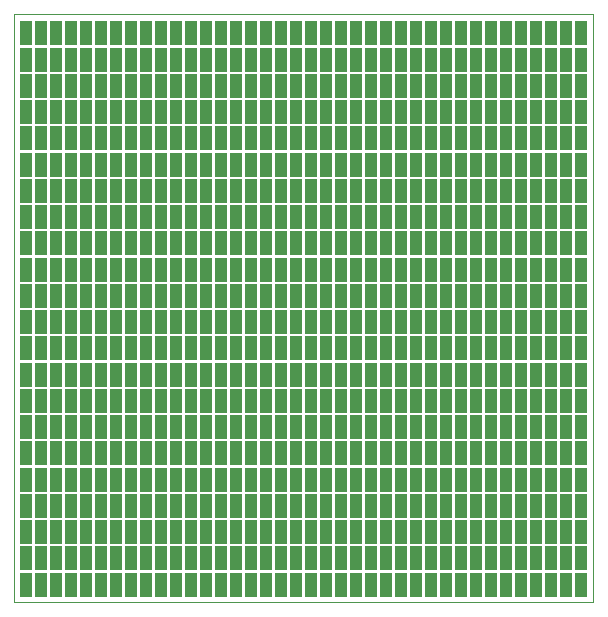
<source format=gtl>
G75*
%MOIN*%
%OFA0B0*%
%FSLAX25Y25*%
%IPPOS*%
%LPD*%
%AMOC8*
5,1,8,0,0,1.08239X$1,22.5*
%
%ADD10R,0.04200X0.07900*%
%ADD11C,0.00000*%
%ADD12R,0.04200X0.04200*%
D10*
X0005050Y0006900D03*
X0010050Y0006900D03*
X0015050Y0006900D03*
X0020050Y0006900D03*
X0025050Y0006900D03*
X0030050Y0006900D03*
X0035050Y0006900D03*
X0040050Y0006900D03*
X0045050Y0006900D03*
X0050050Y0006900D03*
X0055050Y0006900D03*
X0060050Y0006900D03*
X0065050Y0006900D03*
X0070050Y0006900D03*
X0075050Y0006900D03*
X0080050Y0006900D03*
X0085050Y0006900D03*
X0090050Y0006900D03*
X0095050Y0006900D03*
X0100050Y0006900D03*
X0105050Y0006900D03*
X0110050Y0006900D03*
X0115050Y0006900D03*
X0120050Y0006900D03*
X0125050Y0006900D03*
X0130050Y0006900D03*
X0135050Y0006900D03*
X0140050Y0006900D03*
X0145050Y0006900D03*
X0150050Y0006900D03*
X0155050Y0006900D03*
X0160050Y0006900D03*
X0165050Y0006900D03*
X0170050Y0006900D03*
X0175050Y0006900D03*
X0180050Y0006900D03*
X0185050Y0006900D03*
X0190050Y0006900D03*
X0190050Y0015700D03*
X0185050Y0015700D03*
X0180050Y0015700D03*
X0175050Y0015700D03*
X0170050Y0015700D03*
X0165050Y0015700D03*
X0160050Y0015700D03*
X0155050Y0015700D03*
X0150050Y0015700D03*
X0145050Y0015700D03*
X0140050Y0015700D03*
X0135050Y0015700D03*
X0130050Y0015700D03*
X0125050Y0015700D03*
X0120050Y0015700D03*
X0115050Y0015700D03*
X0110050Y0015700D03*
X0105050Y0015700D03*
X0100050Y0015700D03*
X0095050Y0015700D03*
X0090050Y0015700D03*
X0085050Y0015700D03*
X0080050Y0015700D03*
X0075050Y0015700D03*
X0070050Y0015700D03*
X0065050Y0015700D03*
X0060050Y0015700D03*
X0055050Y0015700D03*
X0050050Y0015700D03*
X0045050Y0015700D03*
X0040050Y0015700D03*
X0035050Y0015700D03*
X0030050Y0015700D03*
X0025050Y0015700D03*
X0020050Y0015700D03*
X0015050Y0015700D03*
X0010050Y0015700D03*
X0005050Y0015700D03*
X0005050Y0024400D03*
X0010050Y0024400D03*
X0015050Y0024400D03*
X0020050Y0024400D03*
X0025050Y0024400D03*
X0030050Y0024400D03*
X0035050Y0024400D03*
X0040050Y0024400D03*
X0045050Y0024400D03*
X0050050Y0024400D03*
X0055050Y0024400D03*
X0060050Y0024400D03*
X0065050Y0024400D03*
X0070050Y0024400D03*
X0075050Y0024400D03*
X0080050Y0024400D03*
X0085050Y0024400D03*
X0090050Y0024400D03*
X0095050Y0024400D03*
X0100050Y0024400D03*
X0105050Y0024400D03*
X0110050Y0024400D03*
X0115050Y0024400D03*
X0120050Y0024400D03*
X0125050Y0024400D03*
X0130050Y0024400D03*
X0135050Y0024400D03*
X0140050Y0024400D03*
X0145050Y0024400D03*
X0150050Y0024400D03*
X0155050Y0024400D03*
X0160050Y0024400D03*
X0165050Y0024400D03*
X0170050Y0024400D03*
X0175050Y0024400D03*
X0180050Y0024400D03*
X0185050Y0024400D03*
X0190050Y0024400D03*
X0190050Y0033200D03*
X0185050Y0033200D03*
X0180050Y0033200D03*
X0175050Y0033200D03*
X0170050Y0033200D03*
X0165050Y0033200D03*
X0160050Y0033200D03*
X0155050Y0033200D03*
X0150050Y0033200D03*
X0145050Y0033200D03*
X0140050Y0033200D03*
X0135050Y0033200D03*
X0130050Y0033200D03*
X0125050Y0033200D03*
X0120050Y0033200D03*
X0115050Y0033200D03*
X0110050Y0033200D03*
X0105050Y0033200D03*
X0100050Y0033200D03*
X0095050Y0033200D03*
X0090050Y0033200D03*
X0085050Y0033200D03*
X0080050Y0033200D03*
X0075050Y0033200D03*
X0070050Y0033200D03*
X0065050Y0033200D03*
X0060050Y0033200D03*
X0055050Y0033200D03*
X0050050Y0033200D03*
X0045050Y0033200D03*
X0040050Y0033200D03*
X0035050Y0033200D03*
X0030050Y0033200D03*
X0025050Y0033200D03*
X0020050Y0033200D03*
X0015050Y0033200D03*
X0010050Y0033200D03*
X0005050Y0033200D03*
X0005050Y0041900D03*
X0010050Y0041900D03*
X0015050Y0041900D03*
X0020050Y0041900D03*
X0025050Y0041900D03*
X0030050Y0041900D03*
X0035050Y0041900D03*
X0040050Y0041900D03*
X0045050Y0041900D03*
X0050050Y0041900D03*
X0055050Y0041900D03*
X0060050Y0041900D03*
X0065050Y0041900D03*
X0070050Y0041900D03*
X0075050Y0041900D03*
X0080050Y0041900D03*
X0085050Y0041900D03*
X0090050Y0041900D03*
X0095050Y0041900D03*
X0100050Y0041900D03*
X0105050Y0041900D03*
X0110050Y0041900D03*
X0115050Y0041900D03*
X0120050Y0041900D03*
X0125050Y0041900D03*
X0130050Y0041900D03*
X0135050Y0041900D03*
X0140050Y0041900D03*
X0145050Y0041900D03*
X0150050Y0041900D03*
X0155050Y0041900D03*
X0160050Y0041900D03*
X0165050Y0041900D03*
X0170050Y0041900D03*
X0175050Y0041900D03*
X0180050Y0041900D03*
X0185050Y0041900D03*
X0190050Y0041900D03*
X0190050Y0050700D03*
X0185050Y0050700D03*
X0180050Y0050700D03*
X0175050Y0050700D03*
X0170050Y0050700D03*
X0165050Y0050700D03*
X0160050Y0050700D03*
X0155050Y0050700D03*
X0150050Y0050700D03*
X0145050Y0050700D03*
X0140050Y0050700D03*
X0135050Y0050700D03*
X0130050Y0050700D03*
X0125050Y0050700D03*
X0120050Y0050700D03*
X0115050Y0050700D03*
X0110050Y0050700D03*
X0105050Y0050700D03*
X0100050Y0050700D03*
X0095050Y0050700D03*
X0090050Y0050700D03*
X0085050Y0050700D03*
X0080050Y0050700D03*
X0075050Y0050700D03*
X0070050Y0050700D03*
X0065050Y0050700D03*
X0060050Y0050700D03*
X0055050Y0050700D03*
X0050050Y0050700D03*
X0045050Y0050700D03*
X0040050Y0050700D03*
X0035050Y0050700D03*
X0030050Y0050700D03*
X0025050Y0050700D03*
X0020050Y0050700D03*
X0015050Y0050700D03*
X0010050Y0050700D03*
X0005050Y0050700D03*
X0005050Y0059400D03*
X0010050Y0059400D03*
X0015050Y0059400D03*
X0020050Y0059400D03*
X0025050Y0059400D03*
X0030050Y0059400D03*
X0035050Y0059400D03*
X0040050Y0059400D03*
X0045050Y0059400D03*
X0050050Y0059400D03*
X0055050Y0059400D03*
X0060050Y0059400D03*
X0065050Y0059400D03*
X0070050Y0059400D03*
X0075050Y0059400D03*
X0080050Y0059400D03*
X0085050Y0059400D03*
X0090050Y0059400D03*
X0095050Y0059400D03*
X0100050Y0059400D03*
X0105050Y0059400D03*
X0110050Y0059400D03*
X0115050Y0059400D03*
X0120050Y0059400D03*
X0125050Y0059400D03*
X0130050Y0059400D03*
X0135050Y0059400D03*
X0140050Y0059400D03*
X0145050Y0059400D03*
X0150050Y0059400D03*
X0155050Y0059400D03*
X0160050Y0059400D03*
X0165050Y0059400D03*
X0170050Y0059400D03*
X0175050Y0059400D03*
X0180050Y0059400D03*
X0185050Y0059400D03*
X0190050Y0059400D03*
X0190050Y0068200D03*
X0185050Y0068200D03*
X0180050Y0068200D03*
X0175050Y0068200D03*
X0170050Y0068200D03*
X0165050Y0068200D03*
X0160050Y0068200D03*
X0155050Y0068200D03*
X0150050Y0068200D03*
X0145050Y0068200D03*
X0140050Y0068200D03*
X0135050Y0068200D03*
X0130050Y0068200D03*
X0125050Y0068200D03*
X0120050Y0068200D03*
X0115050Y0068200D03*
X0110050Y0068200D03*
X0105050Y0068200D03*
X0100050Y0068200D03*
X0095050Y0068200D03*
X0090050Y0068200D03*
X0085050Y0068200D03*
X0080050Y0068200D03*
X0075050Y0068200D03*
X0070050Y0068200D03*
X0065050Y0068200D03*
X0060050Y0068200D03*
X0055050Y0068200D03*
X0050050Y0068200D03*
X0045050Y0068200D03*
X0040050Y0068200D03*
X0035050Y0068200D03*
X0030050Y0068200D03*
X0025050Y0068200D03*
X0020050Y0068200D03*
X0015050Y0068200D03*
X0010050Y0068200D03*
X0005050Y0068200D03*
X0005050Y0076900D03*
X0010050Y0076900D03*
X0015050Y0076900D03*
X0020050Y0076900D03*
X0025050Y0076900D03*
X0030050Y0076900D03*
X0035050Y0076900D03*
X0040050Y0076900D03*
X0045050Y0076900D03*
X0050050Y0076900D03*
X0055050Y0076900D03*
X0060050Y0076900D03*
X0065050Y0076900D03*
X0070050Y0076900D03*
X0075050Y0076900D03*
X0080050Y0076900D03*
X0085050Y0076900D03*
X0090050Y0076900D03*
X0095050Y0076900D03*
X0100050Y0076900D03*
X0105050Y0076900D03*
X0110050Y0076900D03*
X0115050Y0076900D03*
X0120050Y0076900D03*
X0125050Y0076900D03*
X0130050Y0076900D03*
X0135050Y0076900D03*
X0140050Y0076900D03*
X0145050Y0076900D03*
X0150050Y0076900D03*
X0155050Y0076900D03*
X0160050Y0076900D03*
X0165050Y0076900D03*
X0170050Y0076900D03*
X0175050Y0076900D03*
X0180050Y0076900D03*
X0185050Y0076900D03*
X0190050Y0076900D03*
X0190050Y0085700D03*
X0185050Y0085700D03*
X0180050Y0085700D03*
X0175050Y0085700D03*
X0170050Y0085700D03*
X0165050Y0085700D03*
X0160050Y0085700D03*
X0155050Y0085700D03*
X0150050Y0085700D03*
X0145050Y0085700D03*
X0140050Y0085700D03*
X0135050Y0085700D03*
X0130050Y0085700D03*
X0125050Y0085700D03*
X0120050Y0085700D03*
X0115050Y0085700D03*
X0110050Y0085700D03*
X0105050Y0085700D03*
X0100050Y0085700D03*
X0095050Y0085700D03*
X0090050Y0085700D03*
X0085050Y0085700D03*
X0080050Y0085700D03*
X0075050Y0085700D03*
X0070050Y0085700D03*
X0065050Y0085700D03*
X0060050Y0085700D03*
X0055050Y0085700D03*
X0050050Y0085700D03*
X0045050Y0085700D03*
X0040050Y0085700D03*
X0035050Y0085700D03*
X0030050Y0085700D03*
X0025050Y0085700D03*
X0020050Y0085700D03*
X0015050Y0085700D03*
X0010050Y0085700D03*
X0005050Y0085700D03*
X0005050Y0094400D03*
X0010050Y0094400D03*
X0015050Y0094400D03*
X0020050Y0094400D03*
X0025050Y0094400D03*
X0030050Y0094400D03*
X0035050Y0094400D03*
X0040050Y0094400D03*
X0045050Y0094400D03*
X0050050Y0094400D03*
X0055050Y0094400D03*
X0060050Y0094400D03*
X0065050Y0094400D03*
X0070050Y0094400D03*
X0075050Y0094400D03*
X0080050Y0094400D03*
X0085050Y0094400D03*
X0090050Y0094400D03*
X0095050Y0094400D03*
X0100050Y0094400D03*
X0105050Y0094400D03*
X0110050Y0094400D03*
X0115050Y0094400D03*
X0120050Y0094400D03*
X0125050Y0094400D03*
X0130050Y0094400D03*
X0135050Y0094400D03*
X0140050Y0094400D03*
X0145050Y0094400D03*
X0150050Y0094400D03*
X0155050Y0094400D03*
X0160050Y0094400D03*
X0165050Y0094400D03*
X0170050Y0094400D03*
X0175050Y0094400D03*
X0180050Y0094400D03*
X0185050Y0094400D03*
X0190050Y0094400D03*
X0190050Y0103200D03*
X0185050Y0103200D03*
X0180050Y0103200D03*
X0175050Y0103200D03*
X0170050Y0103200D03*
X0165050Y0103200D03*
X0160050Y0103200D03*
X0155050Y0103200D03*
X0150050Y0103200D03*
X0145050Y0103200D03*
X0140050Y0103200D03*
X0135050Y0103200D03*
X0130050Y0103200D03*
X0125050Y0103200D03*
X0120050Y0103200D03*
X0115050Y0103200D03*
X0110050Y0103200D03*
X0105050Y0103200D03*
X0100050Y0103200D03*
X0095050Y0103200D03*
X0090050Y0103200D03*
X0085050Y0103200D03*
X0080050Y0103200D03*
X0075050Y0103200D03*
X0070050Y0103200D03*
X0065050Y0103200D03*
X0060050Y0103200D03*
X0055050Y0103200D03*
X0050050Y0103200D03*
X0045050Y0103200D03*
X0040050Y0103200D03*
X0035050Y0103200D03*
X0030050Y0103200D03*
X0025050Y0103200D03*
X0020050Y0103200D03*
X0015050Y0103200D03*
X0010050Y0103200D03*
X0005050Y0103200D03*
X0005050Y0111900D03*
X0010050Y0111900D03*
X0015050Y0111900D03*
X0020050Y0111900D03*
X0025050Y0111900D03*
X0030050Y0111900D03*
X0035050Y0111900D03*
X0040050Y0111900D03*
X0045050Y0111900D03*
X0050050Y0111900D03*
X0055050Y0111900D03*
X0060050Y0111900D03*
X0065050Y0111900D03*
X0070050Y0111900D03*
X0075050Y0111900D03*
X0080050Y0111900D03*
X0085050Y0111900D03*
X0090050Y0111900D03*
X0095050Y0111900D03*
X0100050Y0111900D03*
X0105050Y0111900D03*
X0110050Y0111900D03*
X0115050Y0111900D03*
X0120050Y0111900D03*
X0125050Y0111900D03*
X0130050Y0111900D03*
X0135050Y0111900D03*
X0140050Y0111900D03*
X0145050Y0111900D03*
X0150050Y0111900D03*
X0155050Y0111900D03*
X0160050Y0111900D03*
X0165050Y0111900D03*
X0170050Y0111900D03*
X0175050Y0111900D03*
X0180050Y0111900D03*
X0185050Y0111900D03*
X0190050Y0111900D03*
X0190050Y0120700D03*
X0185050Y0120700D03*
X0180050Y0120700D03*
X0175050Y0120700D03*
X0170050Y0120700D03*
X0165050Y0120700D03*
X0160050Y0120700D03*
X0155050Y0120700D03*
X0150050Y0120700D03*
X0145050Y0120700D03*
X0140050Y0120700D03*
X0135050Y0120700D03*
X0130050Y0120700D03*
X0125050Y0120700D03*
X0120050Y0120700D03*
X0115050Y0120700D03*
X0110050Y0120700D03*
X0105050Y0120700D03*
X0100050Y0120700D03*
X0095050Y0120700D03*
X0090050Y0120700D03*
X0085050Y0120700D03*
X0080050Y0120700D03*
X0075050Y0120700D03*
X0070050Y0120700D03*
X0065050Y0120700D03*
X0060050Y0120700D03*
X0055050Y0120700D03*
X0050050Y0120700D03*
X0045050Y0120700D03*
X0040050Y0120700D03*
X0035050Y0120700D03*
X0030050Y0120700D03*
X0025050Y0120700D03*
X0020050Y0120700D03*
X0015050Y0120700D03*
X0010050Y0120700D03*
X0005050Y0120700D03*
X0005050Y0129400D03*
X0010050Y0129400D03*
X0015050Y0129400D03*
X0020050Y0129400D03*
X0025050Y0129400D03*
X0030050Y0129400D03*
X0035050Y0129400D03*
X0040050Y0129400D03*
X0045050Y0129400D03*
X0050050Y0129400D03*
X0055050Y0129400D03*
X0060050Y0129400D03*
X0065050Y0129400D03*
X0070050Y0129400D03*
X0075050Y0129400D03*
X0080050Y0129400D03*
X0085050Y0129400D03*
X0090050Y0129400D03*
X0095050Y0129400D03*
X0100050Y0129400D03*
X0105050Y0129400D03*
X0110050Y0129400D03*
X0115050Y0129400D03*
X0120050Y0129400D03*
X0125050Y0129400D03*
X0130050Y0129400D03*
X0135050Y0129400D03*
X0140050Y0129400D03*
X0145050Y0129400D03*
X0150050Y0129400D03*
X0155050Y0129400D03*
X0160050Y0129400D03*
X0165050Y0129400D03*
X0170050Y0129400D03*
X0175050Y0129400D03*
X0180050Y0129400D03*
X0185050Y0129400D03*
X0190050Y0129400D03*
X0190050Y0138200D03*
X0185050Y0138200D03*
X0180050Y0138200D03*
X0175050Y0138200D03*
X0170050Y0138200D03*
X0165050Y0138200D03*
X0160050Y0138200D03*
X0155050Y0138200D03*
X0150050Y0138200D03*
X0145050Y0138200D03*
X0140050Y0138200D03*
X0135050Y0138200D03*
X0130050Y0138200D03*
X0125050Y0138200D03*
X0120050Y0138200D03*
X0115050Y0138200D03*
X0110050Y0138200D03*
X0105050Y0138200D03*
X0100050Y0138200D03*
X0095050Y0138200D03*
X0090050Y0138200D03*
X0085050Y0138200D03*
X0080050Y0138200D03*
X0075050Y0138200D03*
X0070050Y0138200D03*
X0065050Y0138200D03*
X0060050Y0138200D03*
X0055050Y0138200D03*
X0050050Y0138200D03*
X0045050Y0138200D03*
X0040050Y0138200D03*
X0035050Y0138200D03*
X0030050Y0138200D03*
X0025050Y0138200D03*
X0020050Y0138200D03*
X0015050Y0138200D03*
X0010050Y0138200D03*
X0005050Y0138200D03*
X0005050Y0146900D03*
X0010050Y0146900D03*
X0015050Y0146900D03*
X0020050Y0146900D03*
X0025050Y0146900D03*
X0030050Y0146900D03*
X0035050Y0146900D03*
X0040050Y0146900D03*
X0045050Y0146900D03*
X0050050Y0146900D03*
X0055050Y0146900D03*
X0060050Y0146900D03*
X0065050Y0146900D03*
X0070050Y0146900D03*
X0075050Y0146900D03*
X0080050Y0146900D03*
X0085050Y0146900D03*
X0090050Y0146900D03*
X0095050Y0146900D03*
X0100050Y0146900D03*
X0105050Y0146900D03*
X0110050Y0146900D03*
X0115050Y0146900D03*
X0120050Y0146900D03*
X0125050Y0146900D03*
X0130050Y0146900D03*
X0135050Y0146900D03*
X0140050Y0146900D03*
X0145050Y0146900D03*
X0150050Y0146900D03*
X0155050Y0146900D03*
X0160050Y0146900D03*
X0165050Y0146900D03*
X0170050Y0146900D03*
X0175050Y0146900D03*
X0180050Y0146900D03*
X0185050Y0146900D03*
X0190050Y0146900D03*
X0190050Y0155700D03*
X0185050Y0155700D03*
X0180050Y0155700D03*
X0175050Y0155700D03*
X0170050Y0155700D03*
X0165050Y0155700D03*
X0160050Y0155700D03*
X0155050Y0155700D03*
X0150050Y0155700D03*
X0145050Y0155700D03*
X0140050Y0155700D03*
X0135050Y0155700D03*
X0130050Y0155700D03*
X0125050Y0155700D03*
X0120050Y0155700D03*
X0115050Y0155700D03*
X0110050Y0155700D03*
X0105050Y0155700D03*
X0100050Y0155700D03*
X0095050Y0155700D03*
X0090050Y0155700D03*
X0085050Y0155700D03*
X0080050Y0155700D03*
X0075050Y0155700D03*
X0070050Y0155700D03*
X0065050Y0155700D03*
X0060050Y0155700D03*
X0055050Y0155700D03*
X0050050Y0155700D03*
X0045050Y0155700D03*
X0040050Y0155700D03*
X0035050Y0155700D03*
X0030050Y0155700D03*
X0025050Y0155700D03*
X0020050Y0155700D03*
X0015050Y0155700D03*
X0010050Y0155700D03*
X0005050Y0155700D03*
X0005050Y0164400D03*
X0010050Y0164400D03*
X0015050Y0164400D03*
X0020050Y0164400D03*
X0025050Y0164400D03*
X0030050Y0164400D03*
X0035050Y0164400D03*
X0040050Y0164400D03*
X0045050Y0164400D03*
X0050050Y0164400D03*
X0055050Y0164400D03*
X0060050Y0164400D03*
X0065050Y0164400D03*
X0070050Y0164400D03*
X0075050Y0164400D03*
X0080050Y0164400D03*
X0085050Y0164400D03*
X0090050Y0164400D03*
X0095050Y0164400D03*
X0100050Y0164400D03*
X0105050Y0164400D03*
X0110050Y0164400D03*
X0115050Y0164400D03*
X0120050Y0164400D03*
X0125050Y0164400D03*
X0130050Y0164400D03*
X0135050Y0164400D03*
X0140050Y0164400D03*
X0145050Y0164400D03*
X0150050Y0164400D03*
X0155050Y0164400D03*
X0160050Y0164400D03*
X0165050Y0164400D03*
X0170050Y0164400D03*
X0175050Y0164400D03*
X0180050Y0164400D03*
X0185050Y0164400D03*
X0190050Y0164400D03*
X0190050Y0173200D03*
X0185050Y0173200D03*
X0180050Y0173200D03*
X0175050Y0173200D03*
X0170050Y0173200D03*
X0165050Y0173200D03*
X0160050Y0173200D03*
X0155050Y0173200D03*
X0150050Y0173200D03*
X0145050Y0173200D03*
X0140050Y0173200D03*
X0135050Y0173200D03*
X0130050Y0173200D03*
X0125050Y0173200D03*
X0120050Y0173200D03*
X0115050Y0173200D03*
X0110050Y0173200D03*
X0105050Y0173200D03*
X0100050Y0173200D03*
X0095050Y0173200D03*
X0090050Y0173200D03*
X0085050Y0173200D03*
X0080050Y0173200D03*
X0075050Y0173200D03*
X0070050Y0173200D03*
X0065050Y0173200D03*
X0060050Y0173200D03*
X0055050Y0173200D03*
X0050050Y0173200D03*
X0045050Y0173200D03*
X0040050Y0173200D03*
X0035050Y0173200D03*
X0030050Y0173200D03*
X0025050Y0173200D03*
X0020050Y0173200D03*
X0015050Y0173200D03*
X0010050Y0173200D03*
X0005050Y0173200D03*
X0005050Y0181900D03*
X0010050Y0181900D03*
X0015050Y0181900D03*
X0020050Y0181900D03*
X0025050Y0181900D03*
X0030050Y0181900D03*
X0035050Y0181900D03*
X0040050Y0181900D03*
X0045050Y0181900D03*
X0050050Y0181900D03*
X0055050Y0181900D03*
X0060050Y0181900D03*
X0065050Y0181900D03*
X0070050Y0181900D03*
X0075050Y0181900D03*
X0080050Y0181900D03*
X0085050Y0181900D03*
X0090050Y0181900D03*
X0095050Y0181900D03*
X0100050Y0181900D03*
X0105050Y0181900D03*
X0110050Y0181900D03*
X0115050Y0181900D03*
X0120050Y0181900D03*
X0125050Y0181900D03*
X0130050Y0181900D03*
X0135050Y0181900D03*
X0140050Y0181900D03*
X0145050Y0181900D03*
X0150050Y0181900D03*
X0155050Y0181900D03*
X0160050Y0181900D03*
X0165050Y0181900D03*
X0170050Y0181900D03*
X0175050Y0181900D03*
X0180050Y0181900D03*
X0185050Y0181900D03*
X0190050Y0181900D03*
X0190050Y0190700D03*
X0185050Y0190700D03*
X0180050Y0190700D03*
X0175050Y0190700D03*
X0170050Y0190700D03*
X0165050Y0190700D03*
X0160050Y0190700D03*
X0155050Y0190700D03*
X0150050Y0190700D03*
X0145050Y0190700D03*
X0140050Y0190700D03*
X0135050Y0190700D03*
X0130050Y0190700D03*
X0125050Y0190700D03*
X0120050Y0190700D03*
X0115050Y0190700D03*
X0110050Y0190700D03*
X0105050Y0190700D03*
X0100050Y0190700D03*
X0095050Y0190700D03*
X0090050Y0190700D03*
X0085050Y0190700D03*
X0080050Y0190700D03*
X0075050Y0190700D03*
X0070050Y0190700D03*
X0065050Y0190700D03*
X0060050Y0190700D03*
X0055050Y0190700D03*
X0050050Y0190700D03*
X0045050Y0190700D03*
X0040050Y0190700D03*
X0035050Y0190700D03*
X0030050Y0190700D03*
X0025050Y0190700D03*
X0020050Y0190700D03*
X0015050Y0190700D03*
X0010050Y0190700D03*
X0005050Y0190700D03*
D11*
X0001050Y0197050D02*
X0001050Y0001050D01*
X0194050Y0001050D01*
X0194050Y0197050D01*
X0001050Y0197050D01*
D12*
X0005050Y0192550D03*
X0010050Y0192550D03*
X0015050Y0192550D03*
X0020050Y0192550D03*
X0025050Y0192550D03*
X0030050Y0192550D03*
X0035050Y0192550D03*
X0040050Y0192550D03*
X0045050Y0192550D03*
X0050050Y0192550D03*
X0055050Y0192550D03*
X0060050Y0192550D03*
X0065050Y0192550D03*
X0070050Y0192550D03*
X0075050Y0192550D03*
X0080050Y0192550D03*
X0085050Y0192550D03*
X0090050Y0192550D03*
X0095050Y0192550D03*
X0100050Y0192550D03*
X0105050Y0192550D03*
X0110050Y0192550D03*
X0115050Y0192550D03*
X0120050Y0192550D03*
X0125050Y0192550D03*
X0130050Y0192550D03*
X0135050Y0192550D03*
X0140050Y0192550D03*
X0145050Y0192550D03*
X0150050Y0192550D03*
X0155050Y0192550D03*
X0160050Y0192550D03*
X0165050Y0192550D03*
X0170050Y0192550D03*
X0175050Y0192550D03*
X0180050Y0192550D03*
X0185050Y0192550D03*
X0190050Y0192550D03*
X0190050Y0180050D03*
X0190050Y0175050D03*
X0185050Y0175050D03*
X0185050Y0180050D03*
X0180050Y0180050D03*
X0180050Y0175050D03*
X0175050Y0175050D03*
X0175050Y0180050D03*
X0170050Y0180050D03*
X0170050Y0175050D03*
X0165050Y0175050D03*
X0165050Y0180050D03*
X0160050Y0180050D03*
X0160050Y0175050D03*
X0155050Y0175050D03*
X0155050Y0180050D03*
X0150050Y0180050D03*
X0150050Y0175050D03*
X0145050Y0175050D03*
X0145050Y0180050D03*
X0140050Y0180050D03*
X0140050Y0175050D03*
X0135050Y0175050D03*
X0135050Y0180050D03*
X0130050Y0180050D03*
X0130050Y0175050D03*
X0125050Y0175050D03*
X0125050Y0180050D03*
X0120050Y0180050D03*
X0120050Y0175050D03*
X0115050Y0175050D03*
X0115050Y0180050D03*
X0110050Y0180050D03*
X0110050Y0175050D03*
X0105050Y0175050D03*
X0105050Y0180050D03*
X0100050Y0180050D03*
X0100050Y0175050D03*
X0095050Y0175050D03*
X0095050Y0180050D03*
X0090050Y0180050D03*
X0090050Y0175050D03*
X0085050Y0175050D03*
X0085050Y0180050D03*
X0080050Y0180050D03*
X0080050Y0175050D03*
X0075050Y0175050D03*
X0075050Y0180050D03*
X0070050Y0180050D03*
X0070050Y0175050D03*
X0065050Y0175050D03*
X0065050Y0180050D03*
X0060050Y0180050D03*
X0060050Y0175050D03*
X0055050Y0175050D03*
X0055050Y0180050D03*
X0050050Y0180050D03*
X0050050Y0175050D03*
X0045050Y0175050D03*
X0045050Y0180050D03*
X0040050Y0180050D03*
X0040050Y0175050D03*
X0035050Y0175050D03*
X0035050Y0180050D03*
X0030050Y0180050D03*
X0030050Y0175050D03*
X0025050Y0175050D03*
X0025050Y0180050D03*
X0020050Y0180050D03*
X0020050Y0175050D03*
X0015050Y0175050D03*
X0015050Y0180050D03*
X0010050Y0180050D03*
X0010050Y0175050D03*
X0005050Y0175050D03*
X0005050Y0180050D03*
X0005050Y0162550D03*
X0005050Y0157550D03*
X0010050Y0157550D03*
X0015050Y0157550D03*
X0015050Y0162550D03*
X0010050Y0162550D03*
X0020050Y0162550D03*
X0025050Y0162550D03*
X0025050Y0157550D03*
X0020050Y0157550D03*
X0030050Y0157550D03*
X0035050Y0157550D03*
X0035050Y0162550D03*
X0030050Y0162550D03*
X0040050Y0162550D03*
X0040050Y0157550D03*
X0045050Y0157550D03*
X0050050Y0157550D03*
X0050050Y0162550D03*
X0045050Y0162550D03*
X0055050Y0162550D03*
X0060050Y0162550D03*
X0060050Y0157550D03*
X0055050Y0157550D03*
X0065050Y0157550D03*
X0070050Y0157550D03*
X0070050Y0162550D03*
X0065050Y0162550D03*
X0075050Y0162550D03*
X0075050Y0157550D03*
X0080050Y0157550D03*
X0085050Y0157550D03*
X0085050Y0162550D03*
X0080050Y0162550D03*
X0090050Y0162550D03*
X0095050Y0162550D03*
X0095050Y0157550D03*
X0090050Y0157550D03*
X0100050Y0157550D03*
X0105050Y0157550D03*
X0105050Y0162550D03*
X0100050Y0162550D03*
X0110050Y0162550D03*
X0115050Y0162550D03*
X0115050Y0157550D03*
X0110050Y0157550D03*
X0120050Y0157550D03*
X0120050Y0162550D03*
X0125050Y0162550D03*
X0130050Y0162550D03*
X0130050Y0157550D03*
X0125050Y0157550D03*
X0135050Y0157550D03*
X0140050Y0157550D03*
X0140050Y0162550D03*
X0135050Y0162550D03*
X0145050Y0162550D03*
X0150050Y0162550D03*
X0150050Y0157550D03*
X0145050Y0157550D03*
X0155050Y0157550D03*
X0155050Y0162550D03*
X0160050Y0162550D03*
X0165050Y0162550D03*
X0165050Y0157550D03*
X0160050Y0157550D03*
X0170050Y0157550D03*
X0175050Y0157550D03*
X0175050Y0162550D03*
X0170050Y0162550D03*
X0180050Y0162550D03*
X0185050Y0162550D03*
X0185050Y0157550D03*
X0180050Y0157550D03*
X0190050Y0157550D03*
X0190050Y0162550D03*
X0190050Y0145050D03*
X0190050Y0140050D03*
X0185050Y0140050D03*
X0180050Y0140050D03*
X0180050Y0145050D03*
X0185050Y0145050D03*
X0175050Y0145050D03*
X0170050Y0145050D03*
X0170050Y0140050D03*
X0175050Y0140050D03*
X0165050Y0140050D03*
X0160050Y0140050D03*
X0160050Y0145050D03*
X0165050Y0145050D03*
X0155050Y0145050D03*
X0155050Y0140050D03*
X0150050Y0140050D03*
X0145050Y0140050D03*
X0145050Y0145050D03*
X0150050Y0145050D03*
X0140050Y0145050D03*
X0135050Y0145050D03*
X0135050Y0140050D03*
X0140050Y0140050D03*
X0130050Y0140050D03*
X0125050Y0140050D03*
X0125050Y0145050D03*
X0130050Y0145050D03*
X0120050Y0145050D03*
X0120050Y0140050D03*
X0115050Y0140050D03*
X0110050Y0140050D03*
X0110050Y0145050D03*
X0115050Y0145050D03*
X0105050Y0145050D03*
X0100050Y0145050D03*
X0100050Y0140050D03*
X0105050Y0140050D03*
X0095050Y0140050D03*
X0090050Y0140050D03*
X0090050Y0145050D03*
X0095050Y0145050D03*
X0085050Y0145050D03*
X0080050Y0145050D03*
X0080050Y0140050D03*
X0085050Y0140050D03*
X0075050Y0140050D03*
X0075050Y0145050D03*
X0070050Y0145050D03*
X0065050Y0145050D03*
X0065050Y0140050D03*
X0070050Y0140050D03*
X0060050Y0140050D03*
X0055050Y0140050D03*
X0055050Y0145050D03*
X0060050Y0145050D03*
X0050050Y0145050D03*
X0045050Y0145050D03*
X0045050Y0140050D03*
X0050050Y0140050D03*
X0040050Y0140050D03*
X0040050Y0145050D03*
X0035050Y0145050D03*
X0030050Y0145050D03*
X0030050Y0140050D03*
X0035050Y0140050D03*
X0025050Y0140050D03*
X0020050Y0140050D03*
X0020050Y0145050D03*
X0025050Y0145050D03*
X0015050Y0145050D03*
X0010050Y0145050D03*
X0010050Y0140050D03*
X0015050Y0140050D03*
X0005050Y0140050D03*
X0005050Y0145050D03*
X0005050Y0127550D03*
X0005050Y0122550D03*
X0010050Y0122550D03*
X0015050Y0122550D03*
X0015050Y0127550D03*
X0010050Y0127550D03*
X0020050Y0127550D03*
X0025050Y0127550D03*
X0025050Y0122550D03*
X0020050Y0122550D03*
X0030050Y0122550D03*
X0035050Y0122550D03*
X0035050Y0127550D03*
X0030050Y0127550D03*
X0040050Y0127550D03*
X0040050Y0122550D03*
X0045050Y0122550D03*
X0050050Y0122550D03*
X0050050Y0127550D03*
X0045050Y0127550D03*
X0055050Y0127550D03*
X0060050Y0127550D03*
X0060050Y0122550D03*
X0055050Y0122550D03*
X0065050Y0122550D03*
X0070050Y0122550D03*
X0070050Y0127550D03*
X0065050Y0127550D03*
X0075050Y0127550D03*
X0075050Y0122550D03*
X0080050Y0122550D03*
X0085050Y0122550D03*
X0085050Y0127550D03*
X0080050Y0127550D03*
X0090050Y0127550D03*
X0095050Y0127550D03*
X0095050Y0122550D03*
X0090050Y0122550D03*
X0100050Y0122550D03*
X0105050Y0122550D03*
X0105050Y0127550D03*
X0100050Y0127550D03*
X0110050Y0127550D03*
X0115050Y0127550D03*
X0115050Y0122550D03*
X0110050Y0122550D03*
X0120050Y0122550D03*
X0120050Y0127550D03*
X0125050Y0127550D03*
X0130050Y0127550D03*
X0130050Y0122550D03*
X0125050Y0122550D03*
X0135050Y0122550D03*
X0140050Y0122550D03*
X0140050Y0127550D03*
X0135050Y0127550D03*
X0145050Y0127550D03*
X0150050Y0127550D03*
X0150050Y0122550D03*
X0145050Y0122550D03*
X0155050Y0122550D03*
X0155050Y0127550D03*
X0160050Y0127550D03*
X0165050Y0127550D03*
X0165050Y0122550D03*
X0160050Y0122550D03*
X0170050Y0122550D03*
X0175050Y0122550D03*
X0175050Y0127550D03*
X0170050Y0127550D03*
X0180050Y0127550D03*
X0185050Y0127550D03*
X0185050Y0122550D03*
X0180050Y0122550D03*
X0190050Y0122550D03*
X0190050Y0127550D03*
X0190050Y0110050D03*
X0190050Y0105050D03*
X0185050Y0105050D03*
X0185050Y0110050D03*
X0180050Y0110050D03*
X0180050Y0105050D03*
X0175050Y0105050D03*
X0175050Y0110050D03*
X0170050Y0110050D03*
X0170050Y0105050D03*
X0165050Y0105050D03*
X0165050Y0110050D03*
X0160050Y0110050D03*
X0160050Y0105050D03*
X0155050Y0105050D03*
X0155050Y0110050D03*
X0150050Y0110050D03*
X0150050Y0105050D03*
X0145050Y0105050D03*
X0145050Y0110050D03*
X0140050Y0110050D03*
X0140050Y0105050D03*
X0135050Y0105050D03*
X0135050Y0110050D03*
X0130050Y0110050D03*
X0130050Y0105050D03*
X0125050Y0105050D03*
X0125050Y0110050D03*
X0120050Y0110050D03*
X0120050Y0105050D03*
X0115050Y0105050D03*
X0115050Y0110050D03*
X0110050Y0110050D03*
X0110050Y0105050D03*
X0105050Y0105050D03*
X0105050Y0110050D03*
X0100050Y0110050D03*
X0100050Y0105050D03*
X0095050Y0105050D03*
X0095050Y0110050D03*
X0090050Y0110050D03*
X0090050Y0105050D03*
X0085050Y0105050D03*
X0085050Y0110050D03*
X0080050Y0110050D03*
X0080050Y0105050D03*
X0075050Y0105050D03*
X0075050Y0110050D03*
X0070050Y0110050D03*
X0070050Y0105050D03*
X0065050Y0105050D03*
X0065050Y0110050D03*
X0060050Y0110050D03*
X0060050Y0105050D03*
X0055050Y0105050D03*
X0055050Y0110050D03*
X0050050Y0110050D03*
X0050050Y0105050D03*
X0045050Y0105050D03*
X0045050Y0110050D03*
X0040050Y0110050D03*
X0040050Y0105050D03*
X0035050Y0105050D03*
X0035050Y0110050D03*
X0030050Y0110050D03*
X0030050Y0105050D03*
X0025050Y0105050D03*
X0025050Y0110050D03*
X0020050Y0110050D03*
X0020050Y0105050D03*
X0015050Y0105050D03*
X0015050Y0110050D03*
X0010050Y0110050D03*
X0010050Y0105050D03*
X0005050Y0105050D03*
X0005050Y0110050D03*
X0005050Y0092550D03*
X0005050Y0087550D03*
X0010050Y0087550D03*
X0010050Y0092550D03*
X0015050Y0092550D03*
X0015050Y0087550D03*
X0020050Y0087550D03*
X0020050Y0092550D03*
X0025050Y0092550D03*
X0025050Y0087550D03*
X0030050Y0087550D03*
X0030050Y0092550D03*
X0035050Y0092550D03*
X0035050Y0087550D03*
X0040050Y0087550D03*
X0040050Y0092550D03*
X0045050Y0092550D03*
X0045050Y0087550D03*
X0050050Y0087550D03*
X0050050Y0092550D03*
X0055050Y0092550D03*
X0055050Y0087550D03*
X0060050Y0087550D03*
X0060050Y0092550D03*
X0065050Y0092550D03*
X0065050Y0087550D03*
X0070050Y0087550D03*
X0070050Y0092550D03*
X0075050Y0092550D03*
X0075050Y0087550D03*
X0080050Y0087550D03*
X0080050Y0092550D03*
X0085050Y0092550D03*
X0085050Y0087550D03*
X0090050Y0087550D03*
X0090050Y0092550D03*
X0095050Y0092550D03*
X0095050Y0087550D03*
X0100050Y0087550D03*
X0100050Y0092550D03*
X0105050Y0092550D03*
X0105050Y0087550D03*
X0110050Y0087550D03*
X0110050Y0092550D03*
X0115050Y0092550D03*
X0115050Y0087550D03*
X0120050Y0087550D03*
X0120050Y0092550D03*
X0125050Y0092550D03*
X0125050Y0087550D03*
X0130050Y0087550D03*
X0130050Y0092550D03*
X0135050Y0092550D03*
X0135050Y0087550D03*
X0140050Y0087550D03*
X0140050Y0092550D03*
X0145050Y0092550D03*
X0145050Y0087550D03*
X0150050Y0087550D03*
X0150050Y0092550D03*
X0155050Y0092550D03*
X0155050Y0087550D03*
X0160050Y0087550D03*
X0160050Y0092550D03*
X0165050Y0092550D03*
X0165050Y0087550D03*
X0170050Y0087550D03*
X0170050Y0092550D03*
X0175050Y0092550D03*
X0175050Y0087550D03*
X0180050Y0087550D03*
X0180050Y0092550D03*
X0185050Y0092550D03*
X0185050Y0087550D03*
X0190050Y0087550D03*
X0190050Y0092550D03*
X0190050Y0075050D03*
X0190050Y0070050D03*
X0185050Y0070050D03*
X0185050Y0075050D03*
X0180050Y0075050D03*
X0180050Y0070050D03*
X0175050Y0070050D03*
X0175050Y0075050D03*
X0170050Y0075050D03*
X0170050Y0070050D03*
X0165050Y0070050D03*
X0165050Y0075050D03*
X0160050Y0075050D03*
X0160050Y0070050D03*
X0155050Y0070050D03*
X0155050Y0075050D03*
X0150050Y0075050D03*
X0150050Y0070050D03*
X0145050Y0070050D03*
X0145050Y0075050D03*
X0140050Y0075050D03*
X0140050Y0070050D03*
X0135050Y0070050D03*
X0135050Y0075050D03*
X0130050Y0075050D03*
X0130050Y0070050D03*
X0125050Y0070050D03*
X0125050Y0075050D03*
X0120050Y0075050D03*
X0120050Y0070050D03*
X0115050Y0070050D03*
X0115050Y0075050D03*
X0110050Y0075050D03*
X0110050Y0070050D03*
X0105050Y0070050D03*
X0105050Y0075050D03*
X0100050Y0075050D03*
X0100050Y0070050D03*
X0095050Y0070050D03*
X0095050Y0075050D03*
X0090050Y0075050D03*
X0090050Y0070050D03*
X0085050Y0070050D03*
X0085050Y0075050D03*
X0080050Y0075050D03*
X0080050Y0070050D03*
X0075050Y0070050D03*
X0075050Y0075050D03*
X0070050Y0075050D03*
X0070050Y0070050D03*
X0065050Y0070050D03*
X0065050Y0075050D03*
X0060050Y0075050D03*
X0060050Y0070050D03*
X0055050Y0070050D03*
X0055050Y0075050D03*
X0050050Y0075050D03*
X0050050Y0070050D03*
X0045050Y0070050D03*
X0045050Y0075050D03*
X0040050Y0075050D03*
X0040050Y0070050D03*
X0035050Y0070050D03*
X0035050Y0075050D03*
X0030050Y0075050D03*
X0030050Y0070050D03*
X0025050Y0070050D03*
X0025050Y0075050D03*
X0020050Y0075050D03*
X0020050Y0070050D03*
X0015050Y0070050D03*
X0015050Y0075050D03*
X0010050Y0075050D03*
X0010050Y0070050D03*
X0005050Y0070050D03*
X0005050Y0075050D03*
X0005050Y0057550D03*
X0005050Y0052550D03*
X0010050Y0052550D03*
X0015050Y0052550D03*
X0015050Y0057550D03*
X0010050Y0057550D03*
X0020050Y0057550D03*
X0025050Y0057550D03*
X0025050Y0052550D03*
X0020050Y0052550D03*
X0030050Y0052550D03*
X0035050Y0052550D03*
X0035050Y0057550D03*
X0030050Y0057550D03*
X0040050Y0057550D03*
X0040050Y0052550D03*
X0045050Y0052550D03*
X0050050Y0052550D03*
X0050050Y0057550D03*
X0045050Y0057550D03*
X0055050Y0057550D03*
X0060050Y0057550D03*
X0060050Y0052550D03*
X0055050Y0052550D03*
X0065050Y0052550D03*
X0070050Y0052550D03*
X0070050Y0057550D03*
X0065050Y0057550D03*
X0075050Y0057550D03*
X0075050Y0052550D03*
X0080050Y0052550D03*
X0085050Y0052550D03*
X0085050Y0057550D03*
X0080050Y0057550D03*
X0090050Y0057550D03*
X0095050Y0057550D03*
X0095050Y0052550D03*
X0090050Y0052550D03*
X0100050Y0052550D03*
X0105050Y0052550D03*
X0105050Y0057550D03*
X0100050Y0057550D03*
X0110050Y0057550D03*
X0115050Y0057550D03*
X0115050Y0052550D03*
X0110050Y0052550D03*
X0120050Y0052550D03*
X0120050Y0057550D03*
X0125050Y0057550D03*
X0130050Y0057550D03*
X0130050Y0052550D03*
X0125050Y0052550D03*
X0135050Y0052550D03*
X0140050Y0052550D03*
X0140050Y0057550D03*
X0135050Y0057550D03*
X0145050Y0057550D03*
X0150050Y0057550D03*
X0150050Y0052550D03*
X0145050Y0052550D03*
X0155050Y0052550D03*
X0155050Y0057550D03*
X0160050Y0057550D03*
X0165050Y0057550D03*
X0165050Y0052550D03*
X0160050Y0052550D03*
X0170050Y0052550D03*
X0175050Y0052550D03*
X0175050Y0057550D03*
X0170050Y0057550D03*
X0180050Y0057550D03*
X0185050Y0057550D03*
X0185050Y0052550D03*
X0180050Y0052550D03*
X0190050Y0052550D03*
X0190050Y0057550D03*
X0190050Y0040050D03*
X0190050Y0035050D03*
X0185050Y0035050D03*
X0180050Y0035050D03*
X0180050Y0040050D03*
X0185050Y0040050D03*
X0175050Y0040050D03*
X0170050Y0040050D03*
X0170050Y0035050D03*
X0175050Y0035050D03*
X0165050Y0035050D03*
X0160050Y0035050D03*
X0160050Y0040050D03*
X0165050Y0040050D03*
X0155050Y0040050D03*
X0155050Y0035050D03*
X0150050Y0035050D03*
X0145050Y0035050D03*
X0145050Y0040050D03*
X0150050Y0040050D03*
X0140050Y0040050D03*
X0135050Y0040050D03*
X0135050Y0035050D03*
X0140050Y0035050D03*
X0130050Y0035050D03*
X0125050Y0035050D03*
X0125050Y0040050D03*
X0130050Y0040050D03*
X0120050Y0040050D03*
X0120050Y0035050D03*
X0115050Y0035050D03*
X0110050Y0035050D03*
X0110050Y0040050D03*
X0115050Y0040050D03*
X0105050Y0040050D03*
X0100050Y0040050D03*
X0100050Y0035050D03*
X0105050Y0035050D03*
X0095050Y0035050D03*
X0090050Y0035050D03*
X0090050Y0040050D03*
X0095050Y0040050D03*
X0085050Y0040050D03*
X0080050Y0040050D03*
X0080050Y0035050D03*
X0085050Y0035050D03*
X0075050Y0035050D03*
X0075050Y0040050D03*
X0070050Y0040050D03*
X0065050Y0040050D03*
X0065050Y0035050D03*
X0070050Y0035050D03*
X0060050Y0035050D03*
X0055050Y0035050D03*
X0055050Y0040050D03*
X0060050Y0040050D03*
X0050050Y0040050D03*
X0045050Y0040050D03*
X0045050Y0035050D03*
X0050050Y0035050D03*
X0040050Y0035050D03*
X0040050Y0040050D03*
X0035050Y0040050D03*
X0030050Y0040050D03*
X0030050Y0035050D03*
X0035050Y0035050D03*
X0025050Y0035050D03*
X0020050Y0035050D03*
X0020050Y0040050D03*
X0025050Y0040050D03*
X0015050Y0040050D03*
X0010050Y0040050D03*
X0010050Y0035050D03*
X0015050Y0035050D03*
X0005050Y0035050D03*
X0005050Y0040050D03*
X0005050Y0022550D03*
X0005050Y0017550D03*
X0010050Y0017550D03*
X0015050Y0017550D03*
X0015050Y0022550D03*
X0010050Y0022550D03*
X0020050Y0022550D03*
X0025050Y0022550D03*
X0025050Y0017550D03*
X0020050Y0017550D03*
X0030050Y0017550D03*
X0035050Y0017550D03*
X0035050Y0022550D03*
X0030050Y0022550D03*
X0040050Y0022550D03*
X0040050Y0017550D03*
X0045050Y0017550D03*
X0050050Y0017550D03*
X0050050Y0022550D03*
X0045050Y0022550D03*
X0055050Y0022550D03*
X0060050Y0022550D03*
X0060050Y0017550D03*
X0055050Y0017550D03*
X0065050Y0017550D03*
X0070050Y0017550D03*
X0070050Y0022550D03*
X0065050Y0022550D03*
X0075050Y0022550D03*
X0075050Y0017550D03*
X0080050Y0017550D03*
X0085050Y0017550D03*
X0085050Y0022550D03*
X0080050Y0022550D03*
X0090050Y0022550D03*
X0095050Y0022550D03*
X0095050Y0017550D03*
X0090050Y0017550D03*
X0100050Y0017550D03*
X0105050Y0017550D03*
X0105050Y0022550D03*
X0100050Y0022550D03*
X0110050Y0022550D03*
X0115050Y0022550D03*
X0115050Y0017550D03*
X0110050Y0017550D03*
X0120050Y0017550D03*
X0120050Y0022550D03*
X0125050Y0022550D03*
X0130050Y0022550D03*
X0130050Y0017550D03*
X0125050Y0017550D03*
X0135050Y0017550D03*
X0140050Y0017550D03*
X0140050Y0022550D03*
X0135050Y0022550D03*
X0145050Y0022550D03*
X0150050Y0022550D03*
X0150050Y0017550D03*
X0145050Y0017550D03*
X0155050Y0017550D03*
X0155050Y0022550D03*
X0160050Y0022550D03*
X0165050Y0022550D03*
X0165050Y0017550D03*
X0160050Y0017550D03*
X0170050Y0017550D03*
X0175050Y0017550D03*
X0175050Y0022550D03*
X0170050Y0022550D03*
X0180050Y0022550D03*
X0185050Y0022550D03*
X0185050Y0017550D03*
X0180050Y0017550D03*
X0190050Y0017550D03*
X0190050Y0022550D03*
X0190050Y0005050D03*
X0185050Y0005050D03*
X0180050Y0005050D03*
X0175050Y0005050D03*
X0170050Y0005050D03*
X0165050Y0005050D03*
X0160050Y0005050D03*
X0155050Y0005050D03*
X0150050Y0005050D03*
X0145050Y0005050D03*
X0140050Y0005050D03*
X0135050Y0005050D03*
X0130050Y0005050D03*
X0125050Y0005050D03*
X0120050Y0005050D03*
X0115050Y0005050D03*
X0110050Y0005050D03*
X0105050Y0005050D03*
X0100050Y0005050D03*
X0095050Y0005050D03*
X0090050Y0005050D03*
X0085050Y0005050D03*
X0080050Y0005050D03*
X0075050Y0005050D03*
X0070050Y0005050D03*
X0065050Y0005050D03*
X0060050Y0005050D03*
X0055050Y0005050D03*
X0050050Y0005050D03*
X0045050Y0005050D03*
X0040050Y0005050D03*
X0035050Y0005050D03*
X0030050Y0005050D03*
X0025050Y0005050D03*
X0020050Y0005050D03*
X0015050Y0005050D03*
X0010050Y0005050D03*
X0005050Y0005050D03*
M02*

</source>
